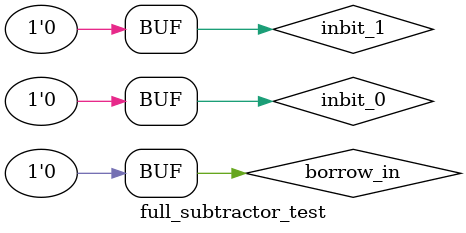
<source format=v>

module full_subtractor_test;

	// Inputs
	reg inbit_0;
	reg inbit_1;
	reg borrow_in; // reg carry_in;

	// Outputs
	wire outbit_0;
	wire borrow_out; // wire carry_out;

	// Instantiate the Unit Under Test (UUT)
	full_subtractor uut (
		.inbit_0(inbit_0), 
		.inbit_1(inbit_1), 
		.borrow_in(borrow_in), // .carry_in(carry_in),
		.outbit_0(outbit_0),
		.borrow_out(borrow_out) // .carry_out(carry_out)
	);

	initial begin
		// Initialize Inputs
		inbit_0 = 0;
		inbit_1 = 0;	  
		borrow_in = 0;

		// Wait 100 ns for global reset to finish
		#100;
        
		// Add stimulus here: 100 INPUTS

        inbit_0 = 1;
        inbit_1 = 0;
        borrow_in = 1;
        #100;


        inbit_0 = 1;
        inbit_1 = 1;
        borrow_in = 0;
        #100;


        inbit_0 = 0;
        inbit_1 = 0;
        borrow_in = 1;
        #100;


        inbit_0 = 1;
        inbit_1 = 1;
        borrow_in = 0;
        #100;


        inbit_0 = 1;
        inbit_1 = 0;
        borrow_in = 0;
        #100;


        inbit_0 = 1;
        inbit_1 = 0;
        borrow_in = 0;
        #100;


        inbit_0 = 1;
        inbit_1 = 1;
        borrow_in = 1;
        #100;


        inbit_0 = 0;
        inbit_1 = 0;
        borrow_in = 1;
        #100;


        inbit_0 = 0;
        inbit_1 = 0;
        borrow_in = 1;
        #100;


        inbit_0 = 1;
        inbit_1 = 1;
        borrow_in = 1;
        #100;


        inbit_0 = 1;
        inbit_1 = 1;
        borrow_in = 0;
        #100;


        inbit_0 = 1;
        inbit_1 = 0;
        borrow_in = 1;
        #100;


        inbit_0 = 0;
        inbit_1 = 0;
        borrow_in = 1;
        #100;


        inbit_0 = 0;
        inbit_1 = 1;
        borrow_in = 1;
        #100;


        inbit_0 = 1;
        inbit_1 = 0;
        borrow_in = 1;
        #100;


        inbit_0 = 1;
        inbit_1 = 0;
        borrow_in = 0;
        #100;


        inbit_0 = 0;
        inbit_1 = 0;
        borrow_in = 1;
        #100;


        inbit_0 = 1;
        inbit_1 = 0;
        borrow_in = 0;
        #100;


        inbit_0 = 0;
        inbit_1 = 0;
        borrow_in = 1;
        #100;


        inbit_0 = 0;
        inbit_1 = 0;
        borrow_in = 1;
        #100;


        inbit_0 = 0;
        inbit_1 = 1;
        borrow_in = 1;
        #100;


        inbit_0 = 1;
        inbit_1 = 0;
        borrow_in = 1;
        #100;


        inbit_0 = 1;
        inbit_1 = 0;
        borrow_in = 0;
        #100;


        inbit_0 = 0;
        inbit_1 = 0;
        borrow_in = 0;
        #100;


        inbit_0 = 0;
        inbit_1 = 1;
        borrow_in = 0;
        #100;


        inbit_0 = 1;
        inbit_1 = 1;
        borrow_in = 1;
        #100;


        inbit_0 = 0;
        inbit_1 = 0;
        borrow_in = 0;
        #100;


        inbit_0 = 0;
        inbit_1 = 0;
        borrow_in = 1;
        #100;


        inbit_0 = 0;
        inbit_1 = 0;
        borrow_in = 1;
        #100;


        inbit_0 = 1;
        inbit_1 = 0;
        borrow_in = 0;
        #100;


        inbit_0 = 0;
        inbit_1 = 1;
        borrow_in = 1;
        #100;


        inbit_0 = 0;
        inbit_1 = 1;
        borrow_in = 1;
        #100;


        inbit_0 = 0;
        inbit_1 = 1;
        borrow_in = 1;
        #100;


        inbit_0 = 1;
        inbit_1 = 1;
        borrow_in = 1;
        #100;


        inbit_0 = 1;
        inbit_1 = 1;
        borrow_in = 0;
        #100;


        inbit_0 = 0;
        inbit_1 = 0;
        borrow_in = 1;
        #100;


        inbit_0 = 1;
        inbit_1 = 0;
        borrow_in = 1;
        #100;


        inbit_0 = 0;
        inbit_1 = 1;
        borrow_in = 1;
        #100;


        inbit_0 = 1;
        inbit_1 = 1;
        borrow_in = 1;
        #100;


        inbit_0 = 1;
        inbit_1 = 0;
        borrow_in = 0;
        #100;


        inbit_0 = 1;
        inbit_1 = 1;
        borrow_in = 0;
        #100;


        inbit_0 = 0;
        inbit_1 = 0;
        borrow_in = 0;
        #100;


        inbit_0 = 1;
        inbit_1 = 1;
        borrow_in = 0;
        #100;


        inbit_0 = 1;
        inbit_1 = 0;
        borrow_in = 0;
        #100;


        inbit_0 = 1;
        inbit_1 = 0;
        borrow_in = 1;
        #100;


        inbit_0 = 1;
        inbit_1 = 1;
        borrow_in = 0;
        #100;


        inbit_0 = 1;
        inbit_1 = 1;
        borrow_in = 0;
        #100;


        inbit_0 = 0;
        inbit_1 = 0;
        borrow_in = 0;
        #100;


        inbit_0 = 1;
        inbit_1 = 1;
        borrow_in = 0;
        #100;


        inbit_0 = 0;
        inbit_1 = 0;
        borrow_in = 0;
        #100;


        inbit_0 = 1;
        inbit_1 = 0;
        borrow_in = 1;
        #100;


        inbit_0 = 0;
        inbit_1 = 0;
        borrow_in = 0;
        #100;


        inbit_0 = 1;
        inbit_1 = 0;
        borrow_in = 0;
        #100;


        inbit_0 = 0;
        inbit_1 = 1;
        borrow_in = 0;
        #100;


        inbit_0 = 1;
        inbit_1 = 1;
        borrow_in = 1;
        #100;


        inbit_0 = 0;
        inbit_1 = 0;
        borrow_in = 0;
        #100;


        inbit_0 = 1;
        inbit_1 = 0;
        borrow_in = 0;
        #100;


        inbit_0 = 1;
        inbit_1 = 0;
        borrow_in = 1;
        #100;


        inbit_0 = 0;
        inbit_1 = 1;
        borrow_in = 0;
        #100;


        inbit_0 = 0;
        inbit_1 = 1;
        borrow_in = 1;
        #100;


        inbit_0 = 1;
        inbit_1 = 0;
        borrow_in = 1;
        #100;


        inbit_0 = 1;
        inbit_1 = 1;
        borrow_in = 0;
        #100;


        inbit_0 = 1;
        inbit_1 = 0;
        borrow_in = 0;
        #100;


        inbit_0 = 0;
        inbit_1 = 1;
        borrow_in = 0;
        #100;


        inbit_0 = 1;
        inbit_1 = 0;
        borrow_in = 1;
        #100;


        inbit_0 = 0;
        inbit_1 = 0;
        borrow_in = 1;
        #100;


        inbit_0 = 0;
        inbit_1 = 0;
        borrow_in = 1;
        #100;


        inbit_0 = 1;
        inbit_1 = 0;
        borrow_in = 1;
        #100;


        inbit_0 = 0;
        inbit_1 = 0;
        borrow_in = 1;
        #100;


        inbit_0 = 1;
        inbit_1 = 0;
        borrow_in = 0;
        #100;


        inbit_0 = 0;
        inbit_1 = 0;
        borrow_in = 1;
        #100;


        inbit_0 = 0;
        inbit_1 = 0;
        borrow_in = 1;
        #100;


        inbit_0 = 0;
        inbit_1 = 0;
        borrow_in = 1;
        #100;


        inbit_0 = 0;
        inbit_1 = 1;
        borrow_in = 1;
        #100;


        inbit_0 = 0;
        inbit_1 = 0;
        borrow_in = 0;
        #100;


        inbit_0 = 1;
        inbit_1 = 1;
        borrow_in = 1;
        #100;


        inbit_0 = 1;
        inbit_1 = 1;
        borrow_in = 1;
        #100;


        inbit_0 = 1;
        inbit_1 = 0;
        borrow_in = 0;
        #100;


        inbit_0 = 1;
        inbit_1 = 1;
        borrow_in = 0;
        #100;


        inbit_0 = 1;
        inbit_1 = 1;
        borrow_in = 1;
        #100;


        inbit_0 = 0;
        inbit_1 = 0;
        borrow_in = 0;
        #100;


        inbit_0 = 0;
        inbit_1 = 0;
        borrow_in = 1;
        #100;


        inbit_0 = 0;
        inbit_1 = 1;
        borrow_in = 1;
        #100;


        inbit_0 = 1;
        inbit_1 = 1;
        borrow_in = 1;
        #100;


        inbit_0 = 1;
        inbit_1 = 1;
        borrow_in = 1;
        #100;


        inbit_0 = 0;
        inbit_1 = 0;
        borrow_in = 0;
        #100;


        inbit_0 = 0;
        inbit_1 = 0;
        borrow_in = 0;
        #100;


        inbit_0 = 0;
        inbit_1 = 1;
        borrow_in = 0;
        #100;


        inbit_0 = 1;
        inbit_1 = 0;
        borrow_in = 1;
        #100;


        inbit_0 = 0;
        inbit_1 = 1;
        borrow_in = 1;
        #100;


        inbit_0 = 1;
        inbit_1 = 1;
        borrow_in = 0;
        #100;


        inbit_0 = 1;
        inbit_1 = 0;
        borrow_in = 0;
        #100;


        inbit_0 = 1;
        inbit_1 = 0;
        borrow_in = 0;
        #100;


        inbit_0 = 0;
        inbit_1 = 1;
        borrow_in = 0;
        #100;


        inbit_0 = 0;
        inbit_1 = 1;
        borrow_in = 0;
        #100;


        inbit_0 = 1;
        inbit_1 = 0;
        borrow_in = 0;
        #100;


        inbit_0 = 1;
        inbit_1 = 0;
        borrow_in = 0;
        #100;


        inbit_0 = 1;
        inbit_1 = 1;
        borrow_in = 0;
        #100;


        inbit_0 = 0;
        inbit_1 = 0;
        borrow_in = 0;
        #100;


        inbit_0 = 0;
        inbit_1 = 0;
        borrow_in = 0;
        #100;


    end
endmodule

</source>
